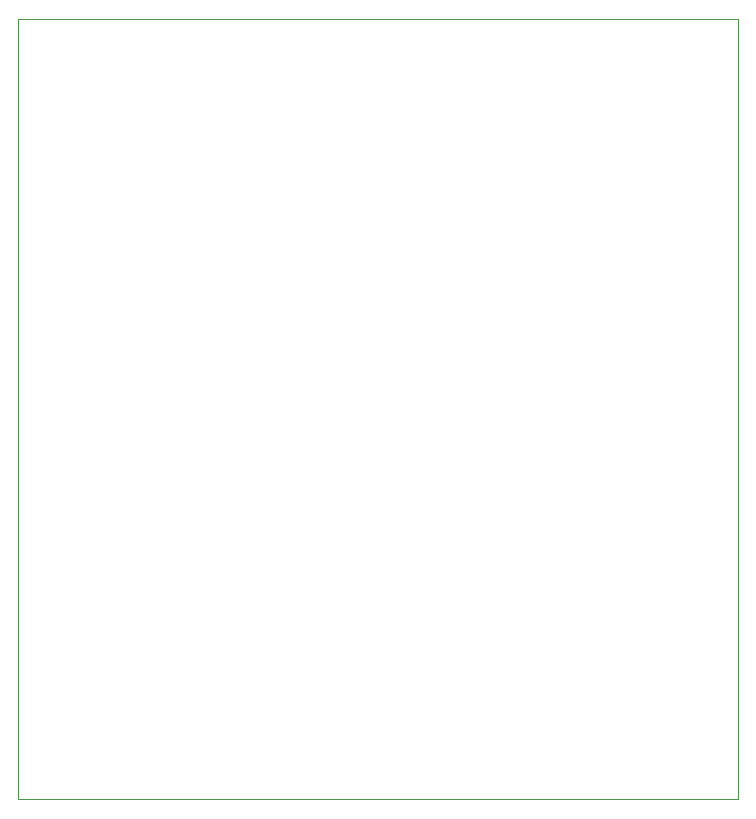
<source format=gbr>
G04 #@! TF.GenerationSoftware,KiCad,Pcbnew,5.1.5-52549c5~86~ubuntu18.04.1*
G04 #@! TF.CreationDate,2020-04-24T02:07:20+10:00*
G04 #@! TF.ProjectId,prac2,70726163-322e-46b6-9963-61645f706362,rev?*
G04 #@! TF.SameCoordinates,Original*
G04 #@! TF.FileFunction,Profile,NP*
%FSLAX46Y46*%
G04 Gerber Fmt 4.6, Leading zero omitted, Abs format (unit mm)*
G04 Created by KiCad (PCBNEW 5.1.5-52549c5~86~ubuntu18.04.1) date 2020-04-24 02:07:20*
%MOMM*%
%LPD*%
G04 APERTURE LIST*
%ADD10C,0.050000*%
G04 APERTURE END LIST*
D10*
X38735000Y-120015000D02*
X38735000Y-53975000D01*
X99695000Y-120015000D02*
X38735000Y-120015000D01*
X99695000Y-53975000D02*
X99695000Y-120015000D01*
X38735000Y-53975000D02*
X99695000Y-53975000D01*
M02*

</source>
